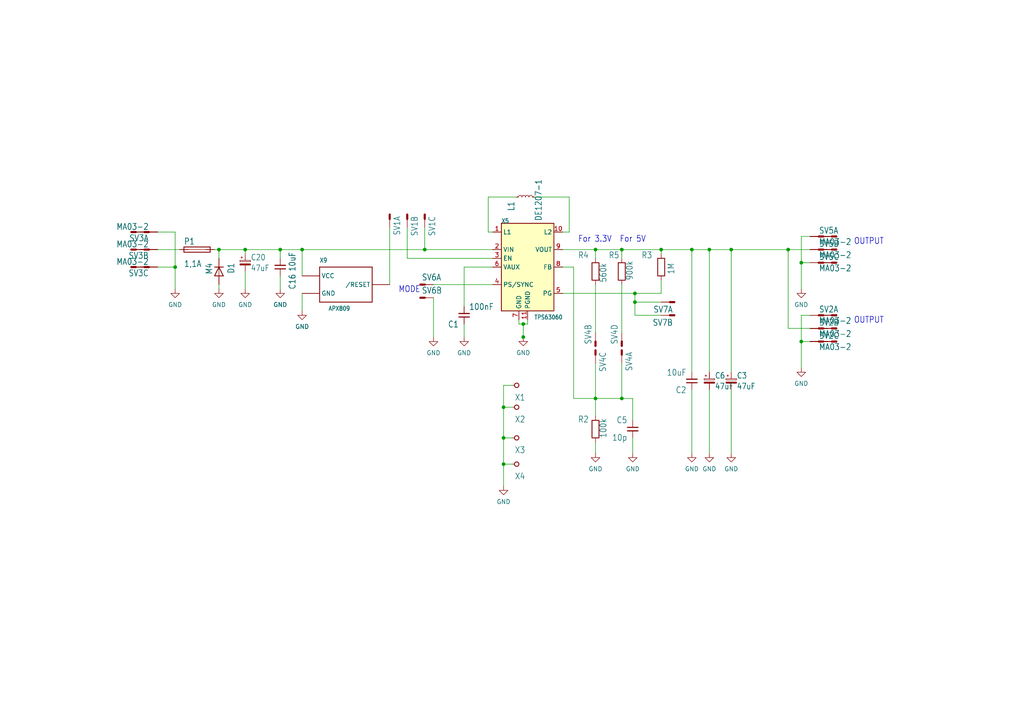
<source format=kicad_sch>
(kicad_sch (version 20211123) (generator eeschema)
  (paper "A4")
  (lib_symbols
    (symbol "Device:C_Polarized_Small" (pin_numbers hide) (pin_names (offset 0.254) hide)
      (property "Reference" "C" (at 0.254 1.778 0))
      (property "Value" "C_Polarized_Small" (at 0.254 -2.032 0))
      (symbol "C_Polarized_Small_0_1"
        (rectangle (start -1.524 -0.3048) (end 1.524 -0.6858) (fill (type outline)))
        (rectangle (start -1.524 0.6858) (end 1.524 0.3048))
        (polyline (pts (xy -1.27 1.524) (xy -0.762 1.524)))
        (polyline (pts (xy -1.016 1.27) (xy -1.016 1.778)))
      )
      (symbol "C_Polarized_Small_1_1"
        (pin passive line (at 0 2.54 270) (length 1.8542) (name "~") (number "1"))
        (pin passive line (at 0 -2.54 90) (length 1.8542) (name "~") (number "2"))
      )
    )
    (symbol "Device:C_Small" (pin_numbers hide) (pin_names (offset 0.254) hide)
      (property "Reference" "C" (at 0.254 1.778 0))
      (property "Value" "C_Small" (at 0.254 -2.032 0))
      (symbol "C_Small_0_1"
        (polyline (pts (xy -1.524 -0.508) (xy 1.524 -0.508)) (stroke (width 0.3302)))
        (polyline (pts (xy -1.524 0.508) (xy 1.524 0.508)) (stroke (width 0.3048)))
      )
      (symbol "C_Small_1_1"
        (pin passive line (at 0 2.54 270) (length 2.032) (name "~") (number "1"))
        (pin passive line (at 0 -2.54 90) (length 2.032) (name "~") (number "2"))
      )
    )
    (symbol "Device:D" (pin_numbers hide) (pin_names (offset 1.016) hide)
      (property "Reference" "D" (at 0 2.54 0))
      (property "Value" "D" (at 0 -2.54 0))
      (symbol "D_0_1"
        (polyline (pts (xy -1.27 1.27) (xy -1.27 -1.27)) (stroke (width 0.254)))
        (polyline (pts (xy 1.27 0) (xy -1.27 0)))
        (polyline (pts (xy 1.27 1.27) (xy 1.27 -1.27) (xy -1.27 0) (xy 1.27 1.27)) (stroke (width 0.254)))
      )
      (symbol "D_1_1"
        (pin passive line (at -3.81 0 0) (length 2.54) (name "K") (number "1"))
        (pin passive line (at 3.81 0 180) (length 2.54) (name "A") (number "2"))
      )
    )
    (symbol "Device:L_Small" (pin_numbers hide) (pin_names (offset 0.254) hide)
      (property "Reference" "L" (at 0.762 1.016 0))
      (property "Value" "L_Small" (at 0.762 -1.016 0))
      (symbol "L_Small_0_1"
        (arc (start 0 -2.032) (mid 0.508 -1.524) (end 0 -1.016))
        (arc (start 0 -1.016) (mid 0.508 -0.508) (end 0 0))
        (arc (start 0 0) (mid 0.508 0.508) (end 0 1.016))
        (arc (start 0 1.016) (mid 0.508 1.524) (end 0 2.032))
      )
      (symbol "L_Small_1_1"
        (pin passive line (at 0 2.54 270) (length 0.508) (name "~") (number "1"))
        (pin passive line (at 0 -2.54 90) (length 0.508) (name "~") (number "2"))
      )
    )
    (symbol "Device:R" (pin_numbers hide) (pin_names (offset 0))
      (property "Reference" "R" (at 2.032 0 90))
      (property "Value" "R" (at 0 0 90))
      (symbol "R_0_1"
        (rectangle (start -1.016 -2.54) (end 1.016 2.54) (stroke (width 0.254)))
      )
      (symbol "R_1_1"
        (pin passive line (at 0 3.81 270) (length 1.27) (name "~") (number "1"))
        (pin passive line (at 0 -3.81 90) (length 1.27) (name "~") (number "2"))
      )
    )
    (symbol "MLAB_MECHANICAL:HOLE" (pin_numbers hide) (pin_names (offset 1.016) hide)
      (property "Reference" "M" (at 0 2.54 0))
      (property "Value" "HOLE" (at 0 -2.54 0))
      (symbol "HOLE_0_1"
        (circle (center 0 0) (radius 0.635) (stroke (width 0.254)))
      )
      (symbol "HOLE_1_1"
        (pin input line (at 1.27 0 180) (length 0.635) (name "~") (number "1"))
      )
    )
    (symbol "Regulator_Switching:TPS63060"
      (property "Reference" "U" (at -7.62 13.97 0))
      (property "Value" "TPS63060" (at 2.54 13.97 0))
      (symbol "TPS63060_0_1"
        (rectangle (start -7.62 12.7) (end 7.62 -12.7) (stroke (width 0.254)) (fill (type background)))
      )
      (symbol "TPS63060_1_1"
        (pin input line (at -10.16 10.16 0) (length 2.54) (name "L1") (number "1"))
        (pin input line (at 10.16 10.16 180) (length 2.54) (name "L2") (number "10"))
        (pin power_in line (at 0 -15.24 90) (length 2.54) (name "PGND") (number "11"))
        (pin power_in line (at -10.16 5.08 0) (length 2.54) (name "VIN") (number "2"))
        (pin input line (at -10.16 2.54 0) (length 2.54) (name "EN") (number "3"))
        (pin input line (at -10.16 -5.08 0) (length 2.54) (name "PS/SYNC") (number "4"))
        (pin output line (at 10.16 -7.62 180) (length 2.54) (name "PG") (number "5"))
        (pin passive line (at -10.16 0 0) (length 2.54) (name "VAUX") (number "6"))
        (pin power_in line (at -2.54 -15.24 90) (length 2.54) (name "GND") (number "7"))
        (pin input line (at 10.16 0 180) (length 2.54) (name "FB") (number "8"))
        (pin power_out line (at 10.16 5.08 180) (length 2.54) (name "VOUT") (number "9"))
      )
    )
    (symbol "power:GND" (power) (pin_names (offset 0))
      (property "Value" "GND" (at 0 -3.81 0))
      (symbol "GND_0_1"
        (polyline (pts (xy 0 0) (xy 0 -1.27) (xy 1.27 -1.27) (xy 0 -2.54) (xy -1.27 -1.27) (xy 0 -1.27)))
      )
      (symbol "GND_1_1"
        (pin power_in line (at 0 0 270) (length 0) hide (name "GND") (number "1"))
      )
    )
    (symbol "untitled-eagle-import:APX809-26SA"
      (property "Reference" "X" (at -7.62 7.62 0))
      (property "Value" "APX809-26SA" (at -5.08 -7.62 0))
      (symbol "APX809-26SA_1_0"
        (polyline (pts (xy -7.62 -5.08) (xy 7.62 -5.08)) (stroke (width 0.254)))
        (polyline (pts (xy -7.62 5.08) (xy -7.62 -5.08)) (stroke (width 0.254)))
        (polyline (pts (xy 7.62 -5.08) (xy 7.62 5.08)) (stroke (width 0.254)))
        (polyline (pts (xy 7.62 5.08) (xy -7.62 5.08)) (stroke (width 0.254)))
        (pin passive line (at -12.7 -2.54 0) (length 5.08) (name "GND") (number "1"))
        (pin passive line (at 12.7 0 180) (length 5.08) (name "/RESET") (number "2"))
        (pin input line (at -12.7 2.54 0) (length 5.08) (name "VCC") (number "3"))
      )
    )
    (symbol "untitled-eagle-import:MA02-1"
      (property "Reference" "SV" (at -3.429 1.143 0))
      (symbol "MA02-1_1_0"
        (polyline (pts (xy -3.81 0) (xy -2.54 0)) (stroke (width 0.6096)))
        (pin passive line (at 0 0 180) (length 2.54) (name "P$1") (number "1"))
      )
      (symbol "MA02-1_2_0"
        (polyline (pts (xy -3.81 0) (xy -2.54 0)) (stroke (width 0.6096)))
        (pin passive line (at 0 0 180) (length 2.54) (name "P$1") (number "2"))
      )
    )
    (symbol "untitled-eagle-import:MA02-3"
      (property "Reference" "SV" (at -3.429 1.143 0))
      (symbol "MA02-3_1_0"
        (polyline (pts (xy -3.81 0) (xy -2.54 0)) (stroke (width 0.6096)))
        (pin passive line (at 0 0 180) (length 2.54) (name "P$1") (number "1"))
      )
      (symbol "MA02-3_2_0"
        (polyline (pts (xy -3.81 0) (xy -2.54 0)) (stroke (width 0.6096)))
        (pin passive line (at 0 0 180) (length 2.54) (name "P$1") (number "2"))
      )
      (symbol "MA02-3_3_0"
        (polyline (pts (xy -3.81 0) (xy -2.54 0)) (stroke (width 0.6096)))
        (pin passive line (at 0 0 180) (length 2.54) (name "P$1") (number "3"))
      )
      (symbol "MA02-3_4_0"
        (polyline (pts (xy -3.81 0) (xy -2.54 0)) (stroke (width 0.6096)))
        (pin passive line (at 0 0 180) (length 2.54) (name "P$1") (number "4"))
      )
    )
    (symbol "untitled-eagle-import:MA03-1"
      (property "Reference" "SV" (at -3.429 1.143 0))
      (symbol "MA03-1_1_0"
        (polyline (pts (xy -3.81 0) (xy -2.54 0)) (stroke (width 0.6096)))
        (pin passive line (at 0 0 180) (length 2.54) (name "P$1") (number "1"))
      )
      (symbol "MA03-1_2_0"
        (polyline (pts (xy -3.81 0) (xy -2.54 0)) (stroke (width 0.6096)))
        (pin passive line (at 0 0 180) (length 2.54) (name "P$1") (number "2"))
      )
      (symbol "MA03-1_3_0"
        (polyline (pts (xy -3.81 0) (xy -2.54 0)) (stroke (width 0.6096)))
        (pin passive line (at 0 0 180) (length 2.54) (name "P$1") (number "3"))
      )
    )
    (symbol "untitled-eagle-import:MA03-2"
      (property "Reference" "SV" (at -2.54 0.762 0))
      (property "Value" "MA03-2" (at -2.54 -2.54 0))
      (symbol "MA03-2_1_0"
        (polyline (pts (xy -2.54 0) (xy -1.27 0)) (stroke (width 0.6096)))
        (polyline (pts (xy -2.54 0) (xy 2.54 0)) (stroke (width 0.254)))
        (polyline (pts (xy 1.27 0) (xy 2.54 0)) (stroke (width 0.6096)))
        (pin passive line (at -5.08 0 0) (length 5.08) (name "K") (number "1"))
        (pin passive line (at -5.08 0 0) (length 5.08) (name "K") (number "2"))
      )
      (symbol "MA03-2_2_0"
        (polyline (pts (xy -2.54 0) (xy -1.27 0)) (stroke (width 0.6096)))
        (polyline (pts (xy -2.54 0) (xy 2.54 0)) (stroke (width 0.254)))
        (polyline (pts (xy 1.27 0) (xy 2.54 0)) (stroke (width 0.6096)))
        (pin passive line (at -5.08 0 0) (length 5.08) (name "K") (number "3"))
        (pin passive line (at -5.08 0 0) (length 5.08) (name "K") (number "4"))
      )
      (symbol "MA03-2_3_0"
        (polyline (pts (xy -2.54 0) (xy -1.27 0)) (stroke (width 0.6096)))
        (polyline (pts (xy -2.54 0) (xy 2.54 0)) (stroke (width 0.254)))
        (polyline (pts (xy 1.27 0) (xy 2.54 0)) (stroke (width 0.6096)))
        (pin passive line (at -5.08 0 0) (length 5.08) (name "K") (number "5"))
        (pin passive line (at -5.08 0 0) (length 5.08) (name "K") (number "6"))
      )
    )
    (symbol "untitled-eagle-import:POJISTKA_1812"
      (property "Reference" "P" (at -3.81 1.397 0))
      (property "Value" "POJISTKA_1812" (at -3.81 -2.921 0))
      (symbol "POJISTKA_1812_1_0"
        (polyline (pts (xy -3.81 -0.762) (xy 3.81 -0.762)) (stroke (width 0.254)))
        (polyline (pts (xy -3.81 0.762) (xy -3.81 -0.762)) (stroke (width 0.254)))
        (polyline (pts (xy -2.54 0) (xy 2.54 0)) (stroke (width 0.1524)))
        (polyline (pts (xy 3.81 -0.762) (xy 3.81 0.762)) (stroke (width 0.254)))
        (polyline (pts (xy 3.81 0.762) (xy -3.81 0.762)) (stroke (width 0.254)))
        (pin passive line (at -5.08 0 0) (length 2.54) (name "1") (number "1"))
        (pin passive line (at 5.08 0 180) (length 2.54) (name "2") (number "2"))
      )
    )
  )
  (junction (at 212.09 72.39))
  (junction (at 184.15 85.09))
  (junction (at 172.72 72.39))
  (junction (at 232.41 76.2))
  (junction (at 81.28 72.39))
  (junction (at 123.19 72.39))
  (junction (at 63.5 72.39))
  (junction (at 71.12 72.39))
  (junction (at 146.05 134.62))
  (junction (at 50.8 77.47))
  (junction (at 146.05 127))
  (junction (at 87.63 72.39))
  (junction (at 228.6 72.39))
  (junction (at 180.34 72.39))
  (junction (at 146.05 118.11))
  (junction (at 172.72 115.57))
  (junction (at 184.15 87.63))
  (junction (at 151.765 93.98))
  (junction (at 191.77 72.39))
  (junction (at 180.34 115.57))
  (junction (at 205.74 72.39))
  (junction (at 200.66 72.39))
  (junction (at 232.41 99.06))
  (junction (at 151.765 97.7611))
  (wire (pts (xy 118.11 66.04) (xy 118.11 74.93)))
  (wire (pts (xy 172.72 105.41) (xy 172.72 115.57)))
  (wire (pts (xy 154.94 57.15) (xy 165.1 57.15)))
  (wire (pts (xy 81.28 80.01) (xy 81.28 83.82)))
  (wire (pts (xy 150.495 93.98) (xy 151.765 93.98)))
  (wire (pts (xy 191.77 72.39) (xy 191.77 73.66)))
  (wire (pts (xy 62.23 72.39) (xy 63.5 72.39)))
  (wire (pts (xy 134.62 97.79) (xy 134.62 93.98)))
  (wire (pts (xy 163.195 77.47) (xy 166.37 77.47)))
  (wire (pts (xy 125.73 82.55) (xy 142.875 82.55)))
  (wire (pts (xy 45.72 72.39) (xy 52.07 72.39)))
  (wire (pts (xy 172.72 115.57) (xy 180.34 115.57)))
  (wire (pts (xy 45.72 67.31) (xy 50.8 67.31)))
  (wire (pts (xy 234.95 95.25) (xy 228.6 95.25)))
  (wire (pts (xy 172.72 115.57) (xy 166.37 115.57)))
  (wire (pts (xy 151.765 93.98) (xy 151.765 97.7611)))
  (wire (pts (xy 232.41 99.06) (xy 232.41 106.68)))
  (wire (pts (xy 232.41 68.58) (xy 232.41 76.2)))
  (wire (pts (xy 123.19 72.39) (xy 87.63 72.39)))
  (wire (pts (xy 151.765 93.98) (xy 153.035 93.98)))
  (wire (pts (xy 172.72 72.39) (xy 180.34 72.39)))
  (wire (pts (xy 234.95 91.44) (xy 232.41 91.44)))
  (wire (pts (xy 50.8 77.47) (xy 50.8 83.82)))
  (wire (pts (xy 142.875 77.47) (xy 134.62 77.47)))
  (wire (pts (xy 172.72 72.39) (xy 172.72 74.93)))
  (wire (pts (xy 151.765 97.7611) (xy 151.765 97.79)))
  (wire (pts (xy 234.95 72.39) (xy 228.6 72.39)))
  (wire (pts (xy 183.515 115.57) (xy 180.34 115.57)))
  (wire (pts (xy 191.77 87.63) (xy 184.15 87.63)))
  (wire (pts (xy 212.09 107.95) (xy 212.09 72.39)))
  (wire (pts (xy 183.515 121.92) (xy 183.515 115.57)))
  (wire (pts (xy 228.6 95.25) (xy 228.6 72.39)))
  (wire (pts (xy 166.37 77.47) (xy 166.37 115.57)))
  (wire (pts (xy 172.72 82.55) (xy 172.72 96.52)))
  (wire (pts (xy 234.95 99.06) (xy 232.41 99.06)))
  (wire (pts (xy 142.875 67.31) (xy 141.605 67.31)))
  (wire (pts (xy 180.34 72.39) (xy 191.77 72.39)))
  (wire (pts (xy 141.605 57.15) (xy 149.86 57.15)))
  (wire (pts (xy 212.09 72.39) (xy 205.74 72.39)))
  (wire (pts (xy 134.62 77.47) (xy 134.62 88.9)))
  (wire (pts (xy 205.74 113.03) (xy 205.74 131.445)))
  (wire (pts (xy 63.5 72.39) (xy 71.12 72.39)))
  (wire (pts (xy 123.19 66.04) (xy 123.19 72.39)))
  (wire (pts (xy 71.12 73.66) (xy 71.12 72.39)))
  (wire (pts (xy 234.95 76.2) (xy 232.41 76.2)))
  (wire (pts (xy 146.05 134.62) (xy 146.05 140.97)))
  (wire (pts (xy 71.12 78.74) (xy 71.12 83.82)))
  (wire (pts (xy 232.41 91.44) (xy 232.41 99.06)))
  (wire (pts (xy 205.74 72.39) (xy 200.66 72.39)))
  (wire (pts (xy 184.15 91.44) (xy 184.15 87.63)))
  (wire (pts (xy 183.515 127) (xy 183.515 131.445)))
  (wire (pts (xy 172.72 115.57) (xy 172.72 120.65)))
  (wire (pts (xy 165.1 67.31) (xy 163.195 67.31)))
  (wire (pts (xy 148.59 134.62) (xy 146.05 134.62)))
  (wire (pts (xy 205.74 107.95) (xy 205.74 72.39)))
  (wire (pts (xy 63.5 72.39) (xy 63.5 74.93)))
  (wire (pts (xy 81.28 74.93) (xy 81.28 72.39)))
  (wire (pts (xy 165.1 57.15) (xy 165.1 67.31)))
  (wire (pts (xy 146.05 111.76) (xy 146.05 118.11)))
  (wire (pts (xy 200.66 113.03) (xy 200.66 131.445)))
  (wire (pts (xy 123.19 72.39) (xy 142.875 72.39)))
  (wire (pts (xy 146.05 127) (xy 146.05 134.62)))
  (wire (pts (xy 81.28 72.39) (xy 71.12 72.39)))
  (wire (pts (xy 50.8 67.31) (xy 50.8 77.47)))
  (wire (pts (xy 148.59 118.11) (xy 146.05 118.11)))
  (wire (pts (xy 191.77 81.28) (xy 191.77 85.09)))
  (wire (pts (xy 180.34 105.41) (xy 180.34 115.57)))
  (wire (pts (xy 148.59 111.76) (xy 146.05 111.76)))
  (wire (pts (xy 180.34 82.55) (xy 180.34 96.52)))
  (wire (pts (xy 200.66 72.39) (xy 200.66 107.95)))
  (wire (pts (xy 146.05 118.11) (xy 146.05 127)))
  (wire (pts (xy 191.77 72.39) (xy 200.66 72.39)))
  (wire (pts (xy 87.63 85.09) (xy 87.63 90.17)))
  (wire (pts (xy 163.195 72.39) (xy 172.72 72.39)))
  (wire (pts (xy 63.5 82.55) (xy 63.5 83.82)))
  (wire (pts (xy 191.77 91.44) (xy 184.15 91.44)))
  (wire (pts (xy 172.72 128.27) (xy 172.72 131.445)))
  (wire (pts (xy 45.72 77.47) (xy 50.8 77.47)))
  (wire (pts (xy 153.035 93.98) (xy 153.035 92.71)))
  (wire (pts (xy 232.41 76.2) (xy 232.41 83.82)))
  (wire (pts (xy 150.495 92.71) (xy 150.495 93.98)))
  (wire (pts (xy 113.03 66.04) (xy 113.03 82.55)))
  (wire (pts (xy 234.95 68.58) (xy 232.41 68.58)))
  (wire (pts (xy 118.11 74.93) (xy 142.875 74.93)))
  (wire (pts (xy 184.15 85.09) (xy 191.77 85.09)))
  (wire (pts (xy 141.605 67.31) (xy 141.605 57.15)))
  (wire (pts (xy 87.63 72.39) (xy 87.63 80.01)))
  (wire (pts (xy 87.63 72.39) (xy 81.28 72.39)))
  (wire (pts (xy 180.34 72.39) (xy 180.34 74.93)))
  (wire (pts (xy 148.59 127) (xy 146.05 127)))
  (wire (pts (xy 163.195 85.09) (xy 184.15 85.09)))
  (wire (pts (xy 125.73 86.36) (xy 125.73 97.79)))
  (wire (pts (xy 212.09 113.03) (xy 212.09 131.445)))
  (wire (pts (xy 184.15 87.63) (xy 184.15 85.09)))
  (wire (pts (xy 228.6 72.39) (xy 212.09 72.39)))
  (text "MODE" (at 115.57 85.09 180) (effects (font (size 1.778 1.5113)) (justify left bottom)))
  (text "OUTPUT" (at 247.65 71.12 180) (effects (font (size 1.778 1.5113)) (justify left bottom)))
  (text "For 3.3V" (at 167.64 70.485 180) (effects (font (size 1.778 1.5113)) (justify left bottom)))
  (text "OUTPUT" (at 247.65 93.98 180) (effects (font (size 1.778 1.5113)) (justify left bottom)))
  (text "For 5V" (at 179.705 70.485 180) (effects (font (size 1.778 1.5113)) (justify left bottom)))
  (symbol (lib_id "Device:R") (at 172.72 124.46 180) (unit 1)
    (property "Reference" "R2" (at 170.815 120.65 0) (effects (font (size 1.778 1.5113)) (justify left bottom)))
    (property "Value" "100k" (at 173.99 121.285 90) (effects (font (size 1.778 1.5113)) (justify left bottom)))
    (property "Footprint" "Resistor_SMD:R_0805_2012Metric" (effects hide))
  )
  (symbol (lib_id "power:GND") (at 205.74 131.445 0) (unit 1)
    (property "Reference" "#PWR0112" (effects hide))
    (property "Value" "GND" (at 205.74 136.0075 0))
  )
  (symbol (lib_id "power:GND") (at 232.41 106.68 0) (unit 1)
    (property "Reference" "#PWR0101" (effects hide))
    (property "Value" "GND" (at 232.41 111.2425 0))
  )
  (symbol (lib_id "untitled-eagle-import:MA02-3") (at 172.72 96.52 90) (unit 2)
    (property "Reference" "SV4" (at 171.577 99.949 0) (effects (font (size 1.778 1.5113)) (justify left bottom)))
    (property "Value" "MA02-3" (effects hide))
    (property "Footprint" "untitled:MA02-2" (effects hide))
  )
  (symbol (lib_id "MLAB_MECHANICAL:HOLE") (at 149.86 134.62 180) (unit 1)
    (property "Reference" "X4" (at 152.4 137.16 0) (effects (font (size 1.778 1.5113)) (justify left bottom)))
    (property "Value" "SROUB3M" (effects hide))
    (property "Footprint" "Mlab_Mechanical:MountingHole_3mm" (effects hide))
  )
  (symbol (lib_id "Device:L_Small") (at 152.4 57.15 90) (unit 1)
    (property "Reference" "L1" (at 149.225 61.2775 0) (effects (font (size 1.778 1.5113)) (justify left bottom)))
    (property "Value" "DE1207-1" (at 157.1625 64.135 0) (effects (font (size 1.778 1.5113)) (justify left bottom)))
    (property "Footprint" "Mlab_L:DE1205-10" (effects hide))
  )
  (symbol (lib_id "power:GND") (at 151.765 97.7611 0) (unit 1)
    (property "Reference" "#PWR0114" (effects hide))
    (property "Value" "GND" (at 151.765 102.3236 0))
  )
  (symbol (lib_id "untitled-eagle-import:MA02-3") (at 172.72 105.41 270) (unit 3)
    (property "Reference" "SV4" (at 173.863 101.981 0) (effects (font (size 1.778 1.5113)) (justify left bottom)))
    (property "Value" "MA02-3" (effects hide))
    (property "Footprint" "untitled:MA02-2" (effects hide))
  )
  (symbol (lib_id "untitled-eagle-import:MA03-2") (at 240.03 76.2 0) (unit 3)
    (property "Reference" "SV5" (at 237.49 75.438 0) (effects (font (size 1.778 1.5113)) (justify left bottom)))
    (property "Value" "MA03-2" (at 237.49 78.74 0) (effects (font (size 1.778 1.5113)) (justify left bottom)))
    (property "Footprint" "untitled:MA03-2" (effects hide))
  )
  (symbol (lib_id "untitled-eagle-import:MA02-1") (at 191.77 91.44 180) (unit 2)
    (property "Reference" "SV7" (at 195.199 92.583 0) (effects (font (size 1.778 1.5113)) (justify left bottom)))
    (property "Value" "MA02-1" (effects hide))
    (property "Footprint" "untitled:MA02-1" (effects hide))
  )
  (symbol (lib_id "power:GND") (at 212.09 131.445 0) (unit 1)
    (property "Reference" "#PWR0113" (effects hide))
    (property "Value" "GND" (at 212.09 136.0075 0))
  )
  (symbol (lib_id "power:GND") (at 200.66 131.445 0) (unit 1)
    (property "Reference" "#PWR0111" (effects hide))
    (property "Value" "GND" (at 200.66 136.0075 0))
  )
  (symbol (lib_id "Device:C_Polarized_Small") (at 71.12 76.2 0) (unit 1)
    (property "Reference" "C20" (at 72.7075 75.565 0) (effects (font (size 1.6764 1.4249)) (justify left bottom)))
    (property "Value" "47uF" (at 72.7075 76.835 0) (effects (font (size 1.6764 1.4249)) (justify left top)))
    (property "Footprint" "Mlab_C:TantalC_SizeC_Reflow" (effects hide))
  )
  (symbol (lib_id "power:GND") (at 146.05 140.97 0) (unit 1)
    (property "Reference" "#PWR0108" (effects hide))
    (property "Value" "GND" (at 146.05 145.5325 0))
  )
  (symbol (lib_id "untitled-eagle-import:MA03-1") (at 123.19 66.04 270) (unit 3)
    (property "Reference" "SV1" (at 124.333 62.611 0) (effects (font (size 1.778 1.5113)) (justify left bottom)))
    (property "Value" "MA03-1" (effects hide))
    (property "Footprint" "untitled:MA03-1" (effects hide))
  )
  (symbol (lib_id "MLAB_MECHANICAL:HOLE") (at 149.86 111.76 180) (unit 1)
    (property "Reference" "X1" (at 152.4 114.3 0) (effects (font (size 1.778 1.5113)) (justify left bottom)))
    (property "Value" "SROUB3M" (effects hide))
    (property "Footprint" "Mlab_Mechanical:MountingHole_3mm" (effects hide))
  )
  (symbol (lib_id "untitled-eagle-import:MA03-2") (at 240.03 68.58 0) (unit 1)
    (property "Reference" "SV5" (at 237.49 67.818 0) (effects (font (size 1.778 1.5113)) (justify left bottom)))
    (property "Value" "MA03-2" (at 237.49 71.12 0) (effects (font (size 1.778 1.5113)) (justify left bottom)))
    (property "Footprint" "untitled:MA03-2" (effects hide))
  )
  (symbol (lib_id "untitled-eagle-import:APX809-26SA") (at 100.33 82.55 0) (unit 1)
    (property "Reference" "X9" (at 92.71 76.2 0) (effects (font (size 1.27 1.0795)) (justify left bottom)))
    (property "Value" "APX809" (at 95.25 90.17 0) (effects (font (size 1.27 1.0795)) (justify left bottom)))
    (property "Footprint" "untitled:SOT23" (effects hide))
  )
  (symbol (lib_id "Device:D") (at 63.5 78.74 270) (unit 1)
    (property "Reference" "D1" (at 66.04 76.2 0) (effects (font (size 1.778 1.5113)) (justify left bottom)))
    (property "Value" "M4" (at 59.69 76.2 0) (effects (font (size 1.778 1.5113)) (justify left bottom)))
    (property "Footprint" "Diode_SMD:D_SMA" (effects hide))
  )
  (symbol (lib_id "untitled-eagle-import:MA02-1") (at 125.73 86.36 0) (unit 2)
    (property "Reference" "SV6" (at 122.301 85.217 0) (effects (font (size 1.778 1.5113)) (justify left bottom)))
    (property "Value" "MA02-1" (effects hide))
    (property "Footprint" "untitled:MA02-1" (effects hide))
  )
  (symbol (lib_id "Device:C_Polarized_Small") (at 205.74 110.49 0) (unit 1)
    (property "Reference" "C6" (at 207.3275 109.855 0) (effects (font (size 1.6764 1.4249)) (justify left bottom)))
    (property "Value" "47uF" (at 207.3275 111.125 0) (effects (font (size 1.6764 1.4249)) (justify left top)))
    (property "Footprint" "Mlab_C:TantalC_SizeC_Reflow" (effects hide))
  )
  (symbol (lib_id "MLAB_MECHANICAL:HOLE") (at 149.86 127 180) (unit 1)
    (property "Reference" "X3" (at 152.4 129.54 0) (effects (font (size 1.778 1.5113)) (justify left bottom)))
    (property "Value" "SROUB3M" (effects hide))
    (property "Footprint" "Mlab_Mechanical:MountingHole_3mm" (effects hide))
  )
  (symbol (lib_id "Device:C_Small") (at 183.515 124.46 0) (mirror y) (unit 1)
    (property "Reference" "C5" (at 181.991 122.809 0) (effects (font (size 1.778 1.5113)) (justify left bottom)))
    (property "Value" "10p" (at 181.991 127.889 0) (effects (font (size 1.778 1.5113)) (justify left bottom)))
    (property "Footprint" "Capacitor_SMD:C_0805_2012Metric" (effects hide))
  )
  (symbol (lib_id "Device:C_Small") (at 81.28 77.47 180) (unit 1)
    (property "Reference" "C16" (at 83.82 79.375 90) (effects (font (size 1.778 1.5113)) (justify left bottom)))
    (property "Value" "10uF" (at 83.82 73.025 90) (effects (font (size 1.778 1.5113)) (justify left bottom)))
    (property "Footprint" "Capacitor_SMD:C_0805_2012Metric" (effects hide))
  )
  (symbol (lib_id "power:GND") (at 134.62 97.79 0) (unit 1)
    (property "Reference" "#PWR0115" (effects hide))
    (property "Value" "GND" (at 134.62 102.3525 0))
  )
  (symbol (lib_id "Device:C_Polarized_Small") (at 212.09 110.49 0) (unit 1)
    (property "Reference" "C3" (at 213.6775 109.855 0) (effects (font (size 1.6764 1.4249)) (justify left bottom)))
    (property "Value" "47uF" (at 213.6775 111.125 0) (effects (font (size 1.6764 1.4249)) (justify left top)))
    (property "Footprint" "Mlab_C:TantalC_SizeC_Reflow" (effects hide))
  )
  (symbol (lib_id "untitled-eagle-import:MA03-2") (at 240.03 91.44 0) (unit 1)
    (property "Reference" "SV2" (at 237.49 90.678 0) (effects (font (size 1.778 1.5113)) (justify left bottom)))
    (property "Value" "MA03-2" (at 237.49 93.98 0) (effects (font (size 1.778 1.5113)) (justify left bottom)))
    (property "Footprint" "untitled:MA03-2" (effects hide))
  )
  (symbol (lib_id "Device:R") (at 191.77 77.47 180) (unit 1)
    (property "Reference" "R3" (at 189.23 73.025 0) (effects (font (size 1.778 1.5113)) (justify left bottom)))
    (property "Value" "1M" (at 193.675 76.2 90) (effects (font (size 1.778 1.5113)) (justify left bottom)))
    (property "Footprint" "Resistor_SMD:R_0805_2012Metric" (effects hide))
  )
  (symbol (lib_id "Device:C_Small") (at 200.66 110.49 180) (unit 1)
    (property "Reference" "C2" (at 199.136 112.141 0) (effects (font (size 1.778 1.5113)) (justify left bottom)))
    (property "Value" "10uF" (at 199.136 107.061 0) (effects (font (size 1.778 1.5113)) (justify left bottom)))
    (property "Footprint" "Capacitor_SMD:C_0805_2012Metric" (effects hide))
  )
  (symbol (lib_id "untitled-eagle-import:MA03-2") (at 240.03 72.39 0) (unit 2)
    (property "Reference" "SV5" (at 237.49 71.628 0) (effects (font (size 1.778 1.5113)) (justify left bottom)))
    (property "Value" "MA03-2" (at 237.49 74.93 0) (effects (font (size 1.778 1.5113)) (justify left bottom)))
    (property "Footprint" "untitled:MA03-2" (effects hide))
  )
  (symbol (lib_id "untitled-eagle-import:MA02-3") (at 180.34 105.41 270) (unit 1)
    (property "Reference" "SV4" (at 181.483 101.981 0) (effects (font (size 1.778 1.5113)) (justify left bottom)))
    (property "Value" "MA02-3" (effects hide))
    (property "Footprint" "untitled:MA02-2" (effects hide))
  )
  (symbol (lib_id "power:GND") (at 183.515 131.445 0) (unit 1)
    (property "Reference" "#PWR0110" (effects hide))
    (property "Value" "GND" (at 183.515 136.0075 0))
  )
  (symbol (lib_id "untitled-eagle-import:POJISTKA_1812") (at 57.15 72.39 0) (unit 1)
    (property "Reference" "P1" (at 53.34 70.993 0) (effects (font (size 1.778 1.5113)) (justify left bottom)))
    (property "Value" "1,1A" (at 53.34 77.47 0) (effects (font (size 1.778 1.5113)) (justify left bottom)))
    (property "Footprint" "Mlab_F:1812" (effects hide))
  )
  (symbol (lib_id "untitled-eagle-import:MA03-1") (at 113.03 66.04 270) (unit 1)
    (property "Reference" "SV1" (at 114.173 62.611 0) (effects (font (size 1.778 1.5113)) (justify left bottom)))
    (property "Value" "MA03-1" (effects hide))
    (property "Footprint" "untitled:MA03-1" (effects hide))
  )
  (symbol (lib_id "untitled-eagle-import:MA03-2") (at 240.03 99.06 0) (unit 3)
    (property "Reference" "SV2" (at 237.49 98.298 0) (effects (font (size 1.778 1.5113)) (justify left bottom)))
    (property "Value" "MA03-2" (at 237.49 101.6 0) (effects (font (size 1.778 1.5113)) (justify left bottom)))
    (property "Footprint" "untitled:MA03-2" (effects hide))
  )
  (symbol (lib_id "power:GND") (at 125.73 97.79 0) (unit 1)
    (property "Reference" "#PWR0116" (effects hide))
    (property "Value" "GND" (at 125.73 102.3525 0))
  )
  (symbol (lib_id "power:GND") (at 71.12 83.82 0) (unit 1)
    (property "Reference" "#PWR0103" (effects hide))
    (property "Value" "GND" (at 71.12 88.3825 0))
  )
  (symbol (lib_id "power:GND") (at 87.63 90.17 0) (unit 1)
    (property "Reference" "#PWR0105" (effects hide))
    (property "Value" "GND" (at 87.63 94.7325 0))
  )
  (symbol (lib_id "untitled-eagle-import:MA02-3") (at 180.34 96.52 90) (unit 4)
    (property "Reference" "SV4" (at 179.197 99.949 0) (effects (font (size 1.778 1.5113)) (justify left bottom)))
    (property "Value" "MA02-3" (effects hide))
    (property "Footprint" "untitled:MA02-2" (effects hide))
  )
  (symbol (lib_id "untitled-eagle-import:MA03-2") (at 40.64 67.31 180) (unit 1)
    (property "Reference" "SV3" (at 43.18 68.072 0) (effects (font (size 1.778 1.5113)) (justify left bottom)))
    (property "Value" "MA03-2" (at 43.18 64.77 0) (effects (font (size 1.778 1.5113)) (justify left bottom)))
    (property "Footprint" "untitled:MA03-2" (effects hide))
  )
  (symbol (lib_id "power:GND") (at 63.5 83.82 0) (unit 1)
    (property "Reference" "#PWR0107" (effects hide))
    (property "Value" "GND" (at 63.5 88.3825 0))
  )
  (symbol (lib_id "untitled-eagle-import:MA02-1") (at 191.77 87.63 180) (unit 1)
    (property "Reference" "SV7" (at 195.199 88.773 0) (effects (font (size 1.778 1.5113)) (justify left bottom)))
    (property "Value" "MA02-1" (effects hide))
    (property "Footprint" "untitled:MA02-1" (effects hide))
  )
  (symbol (lib_id "power:GND") (at 172.72 131.445 0) (unit 1)
    (property "Reference" "#PWR0109" (effects hide))
    (property "Value" "GND" (at 172.72 136.0075 0))
  )
  (symbol (lib_id "Device:R") (at 172.72 78.74 180) (unit 1)
    (property "Reference" "R4" (at 170.815 73.025 0) (effects (font (size 1.778 1.5113)) (justify left bottom)))
    (property "Value" "560k" (at 173.99 76.2 90) (effects (font (size 1.778 1.5113)) (justify left bottom)))
    (property "Footprint" "Resistor_SMD:R_0805_2012Metric" (effects hide))
  )
  (symbol (lib_id "untitled-eagle-import:MA03-2") (at 40.64 72.39 180) (unit 2)
    (property "Reference" "SV3" (at 43.18 73.152 0) (effects (font (size 1.778 1.5113)) (justify left bottom)))
    (property "Value" "MA03-2" (at 43.18 69.85 0) (effects (font (size 1.778 1.5113)) (justify left bottom)))
    (property "Footprint" "untitled:MA03-2" (effects hide))
  )
  (symbol (lib_id "Regulator_Switching:TPS63060") (at 153.035 77.47 0) (unit 1)
    (property "Reference" "X5" (at 145.415 64.77 0) (effects (font (size 1.27 1.0795)) (justify left bottom)))
    (property "Value" "TPS63060" (at 154.94 92.71 0) (effects (font (size 1.27 1.0795)) (justify left bottom)))
    (property "Footprint" "Package_SON:Texas_S-PWSON-N10_ThermalVias" (effects hide))
    (property "Datasheet" "http://www.ti.com/lit/ds/symlink/tps63060.pdf" (effects hide))
  )
  (symbol (lib_id "power:GND") (at 81.28 83.82 0) (unit 1)
    (property "Reference" "#PWR0104" (effects hide))
    (property "Value" "GND" (at 81.28 88.3825 0))
  )
  (symbol (lib_id "untitled-eagle-import:MA03-1") (at 118.11 66.04 270) (unit 2)
    (property "Reference" "SV1" (at 119.253 62.611 0) (effects (font (size 1.778 1.5113)) (justify left bottom)))
    (property "Value" "MA03-1" (effects hide))
    (property "Footprint" "untitled:MA03-1" (effects hide))
  )
  (symbol (lib_id "power:GND") (at 50.8 83.82 0) (unit 1)
    (property "Reference" "#PWR0106" (effects hide))
    (property "Value" "GND" (at 50.8 88.3825 0))
  )
  (symbol (lib_id "untitled-eagle-import:MA03-2") (at 40.64 77.47 180) (unit 3)
    (property "Reference" "SV3" (at 43.18 78.232 0) (effects (font (size 1.778 1.5113)) (justify left bottom)))
    (property "Value" "MA03-2" (at 43.18 74.93 0) (effects (font (size 1.778 1.5113)) (justify left bottom)))
    (property "Footprint" "untitled:MA03-2" (effects hide))
  )
  (symbol (lib_id "power:GND") (at 232.41 83.82 0) (unit 1)
    (property "Reference" "#PWR0102" (effects hide))
    (property "Value" "GND" (at 232.41 88.3825 0))
  )
  (symbol (lib_id "Device:R") (at 180.34 78.74 180) (unit 1)
    (property "Reference" "R5" (at 179.705 73.025 0) (effects (font (size 1.778 1.5113)) (justify left bottom)))
    (property "Value" "900k" (at 181.61 75.565 90) (effects (font (size 1.778 1.5113)) (justify left bottom)))
    (property "Footprint" "Resistor_SMD:R_0805_2012Metric" (effects hide))
  )
  (symbol (lib_id "MLAB_MECHANICAL:HOLE") (at 149.86 118.11 180) (unit 1)
    (property "Reference" "X2" (at 152.4 120.65 0) (effects (font (size 1.778 1.5113)) (justify left bottom)))
    (property "Value" "SROUB3M" (effects hide))
    (property "Footprint" "Mlab_Mechanical:MountingHole_3mm" (effects hide))
  )
  (symbol (lib_id "Device:C_Small") (at 134.62 91.44 180) (unit 1)
    (property "Reference" "C1" (at 133.096 93.091 0) (effects (font (size 1.778 1.5113)) (justify left bottom)))
    (property "Value" "100nF" (at 143.256 88.011 0) (effects (font (size 1.778 1.5113)) (justify left bottom)))
    (property "Footprint" "Capacitor_SMD:C_0805_2012Metric" (effects hide))
  )
  (symbol (lib_id "untitled-eagle-import:MA03-2") (at 240.03 95.25 0) (unit 2)
    (property "Reference" "SV2" (at 237.49 94.488 0) (effects (font (size 1.778 1.5113)) (justify left bottom)))
    (property "Value" "MA03-2" (at 237.49 97.79 0) (effects (font (size 1.778 1.5113)) (justify left bottom)))
    (property "Footprint" "untitled:MA03-2" (effects hide))
  )
  (symbol (lib_id "untitled-eagle-import:MA02-1") (at 125.73 82.55 0) (unit 1)
    (property "Reference" "SV6" (at 122.301 81.407 0) (effects (font (size 1.778 1.5113)) (justify left bottom)))
    (property "Value" "MA02-1" (effects hide))
    (property "Footprint" "untitled:MA02-1" (effects hide))
  )
)
</source>
